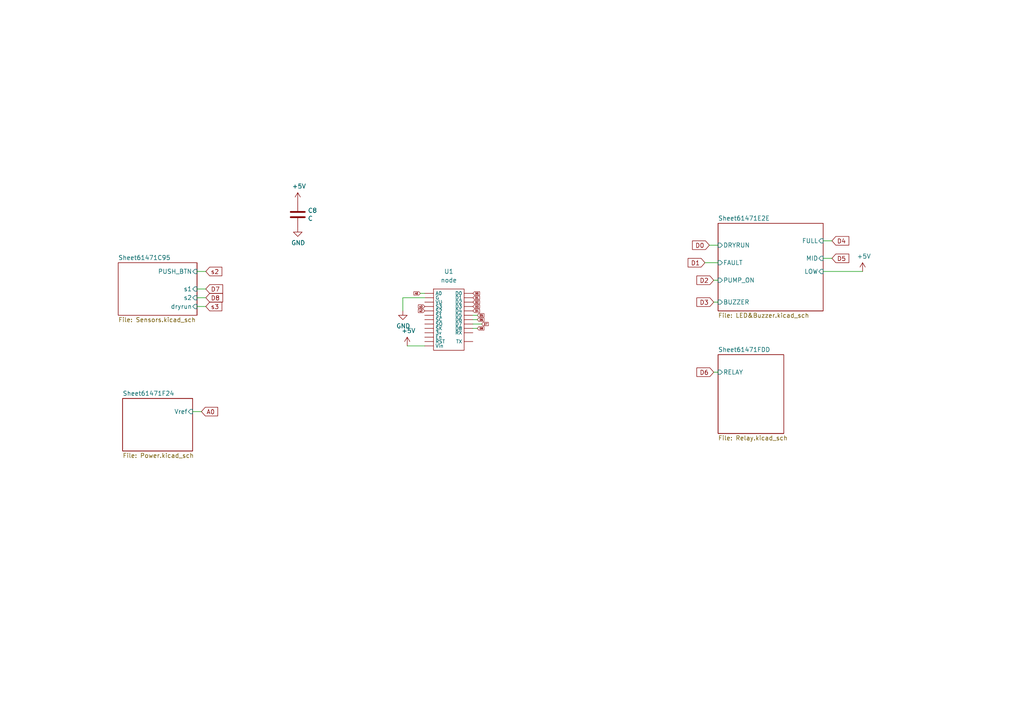
<source format=kicad_sch>
(kicad_sch (version 20211123) (generator eeschema)
  (paper "A4")
  (lib_symbols
    (symbol "Device:C" (pin_numbers hide) (pin_names (offset 0.254))
      (property "Reference" "C" (at 0.635 2.54 0))
      (property "Value" "C" (at 0.635 -2.54 0))
      (symbol "C_0_1"
        (polyline (pts (xy -2.032 -0.762) (xy 2.032 -0.762)) (stroke (width 0.508)))
        (polyline (pts (xy -2.032 0.762) (xy 2.032 0.762)) (stroke (width 0.508)))
      )
      (symbol "C_1_1"
        (pin passive line (at 0 3.81 270) (length 2.794) (name "~") (number "1"))
        (pin passive line (at 0 -3.81 90) (length 2.794) (name "~") (number "2"))
      )
    )
    (symbol "SHA:node"
      (property "Reference" "U" (at 3.81 1.27 0))
      (property "Value" "node" (at 0 1.27 0))
      (symbol "node_0_1"
        (rectangle (start -3.81 0) (end -3.81 0))
        (rectangle (start -3.81 0) (end 5.08 -17.78))
        (rectangle (start -1.27 -3.81) (end -1.27 -3.81))
      )
      (symbol "node_1_1"
        (pin output line (at -6.35 -12.7 0) (length 2.54) (name "3v") (number ""))
        (pin bidirectional line (at -6.35 -1.27 0) (length 2.54) (name "A0") (number ""))
        (pin bidirectional line (at 7.62 -1.27 180) (length 2.54) (name "D0") (number ""))
        (pin bidirectional line (at 7.62 -2.54 180) (length 2.54) (name "D1") (number ""))
        (pin bidirectional line (at 7.62 -3.81 180) (length 2.54) (name "D2") (number ""))
        (pin bidirectional line (at 7.62 -5.08 180) (length 2.54) (name "D3") (number ""))
        (pin bidirectional line (at 7.62 -6.35 180) (length 2.54) (name "D4") (number ""))
        (pin bidirectional line (at 7.62 -7.62 180) (length 2.54) (name "D5") (number ""))
        (pin bidirectional line (at 7.62 -8.89 180) (length 2.54) (name "D6") (number ""))
        (pin bidirectional line (at 7.62 -10.16 180) (length 2.54) (name "D7") (number ""))
        (pin bidirectional line (at 7.62 -11.43 180) (length 2.54) (name "D8") (number ""))
        (pin bidirectional line (at -6.35 -13.97 0) (length 2.54) (name "En") (number ""))
        (pin bidirectional line (at -6.35 -2.54 0) (length 2.54) (name "G") (number ""))
        (pin bidirectional line (at -6.35 -15.24 0) (length 2.54) (name "RST") (number ""))
        (pin bidirectional line (at 7.62 -12.7 180) (length 2.54) (name "RX") (number ""))
        (pin bidirectional line (at -6.35 -7.62 0) (length 2.54) (name "S1") (number ""))
        (pin bidirectional line (at -6.35 -6.35 0) (length 2.54) (name "S2") (number ""))
        (pin bidirectional line (at -6.35 -5.08 0) (length 2.54) (name "S3") (number ""))
        (pin bidirectional line (at -6.35 -8.89 0) (length 2.54) (name "SC") (number ""))
        (pin bidirectional line (at -6.35 -11.43 0) (length 2.54) (name "SK") (number ""))
        (pin bidirectional line (at -6.35 -10.16 0) (length 2.54) (name "SO") (number ""))
        (pin bidirectional line (at 7.62 -15.24 180) (length 2.54) (name "TX") (number ""))
        (pin bidirectional line (at -6.35 -3.81 0) (length 2.54) (name "VU") (number ""))
        (pin bidirectional line (at -6.35 -16.51 0) (length 2.54) (name "Vin") (number ""))
      )
    )
    (symbol "power:+5V" (power) (pin_names (offset 0))
      (property "Value" "+5V" (at 0 3.556 0))
      (symbol "+5V_0_1"
        (polyline (pts (xy -0.762 1.27) (xy 0 2.54)))
        (polyline (pts (xy 0 0) (xy 0 2.54)))
        (polyline (pts (xy 0 2.54) (xy 0.762 1.27)))
      )
      (symbol "+5V_1_1"
        (pin power_in line (at 0 0 90) (length 0) hide (name "+5V") (number "1"))
      )
    )
    (symbol "power:GND" (power) (pin_names (offset 0))
      (property "Value" "GND" (at 0 -3.81 0))
      (symbol "GND_0_1"
        (polyline (pts (xy 0 0) (xy 0 -1.27) (xy 1.27 -1.27) (xy 0 -2.54) (xy -1.27 -1.27) (xy 0 -1.27)))
      )
      (symbol "GND_1_1"
        (pin power_in line (at 0 0 270) (length 0) hide (name "GND") (number "1"))
      )
    )
  )
  (wire (pts (xy 59.69 83.82) (xy 57.15 83.82)))
  (wire (pts (xy 205.74 71.12) (xy 208.28 71.12)))
  (wire (pts (xy 238.76 78.74) (xy 250.19 78.74)))
  (wire (pts (xy 207.01 81.28) (xy 208.28 81.28)))
  (wire (pts (xy 204.47 76.2) (xy 208.28 76.2)))
  (wire (pts (xy 138.43 92.71) (xy 137.16 92.71)))
  (wire (pts (xy 59.69 78.74) (xy 57.15 78.74)))
  (wire (pts (xy 121.92 85.09) (xy 123.19 85.09)))
  (wire (pts (xy 116.84 90.17) (xy 116.84 86.36)))
  (wire (pts (xy 238.76 69.85) (xy 241.3 69.85)))
  (wire (pts (xy 207.01 107.95) (xy 208.28 107.95)))
  (wire (pts (xy 139.7 93.98) (xy 137.16 93.98)))
  (wire (pts (xy 118.11 100.33) (xy 123.19 100.33)))
  (wire (pts (xy 238.76 74.93) (xy 241.3 74.93)))
  (wire (pts (xy 138.43 91.44) (xy 137.16 91.44)))
  (wire (pts (xy 138.43 95.25) (xy 137.16 95.25)))
  (wire (pts (xy 59.69 86.36) (xy 57.15 86.36)))
  (wire (pts (xy 207.01 87.63) (xy 208.28 87.63)))
  (wire (pts (xy 58.42 119.38) (xy 55.88 119.38)))
  (wire (pts (xy 59.69 88.9) (xy 57.15 88.9)))
  (wire (pts (xy 116.84 86.36) (xy 123.19 86.36)))
  (global_label "D5" (shape input) (at 241.3 74.93 0) (property "Intersheet References" "${INTERSHEET_REFS}" (effects hide)))
  (global_label "D7" (shape input) (at 59.69 83.82 0) (property "Intersheet References" "${INTERSHEET_REFS}" (effects hide)))
  (global_label "D3" (shape input) (at 207.01 87.63 180) (property "Intersheet References" "${INTERSHEET_REFS}" (effects hide)))
  (global_label "D8" (shape input) (at 59.69 86.36 0) (property "Intersheet References" "${INTERSHEET_REFS}" (effects hide)))
  (global_label "s3" (shape input) (at 123.19 88.9 180) (effects (font (size 0.508 0.508))) (property "Intersheet References" "${INTERSHEET_REFS}" (effects hide)))
  (global_label "D6" (shape input) (at 138.43 92.71 0) (effects (font (size 0.508 0.508))) (property "Intersheet References" "${INTERSHEET_REFS}" (effects hide)))
  (global_label "A0" (shape input) (at 121.92 85.09 180) (effects (font (size 0.508 0.508))) (property "Intersheet References" "${INTERSHEET_REFS}" (effects hide)))
  (global_label "D5" (shape input) (at 138.43 91.44 0) (effects (font (size 0.508 0.508))) (property "Intersheet References" "${INTERSHEET_REFS}" (effects hide)))
  (global_label "D4" (shape input) (at 241.3 69.85 0) (property "Intersheet References" "${INTERSHEET_REFS}" (effects hide)))
  (global_label "A0" (shape input) (at 58.42 119.38 0) (property "Intersheet References" "${INTERSHEET_REFS}" (effects hide)))
  (global_label "s2" (shape input) (at 59.69 78.74 0) (property "Intersheet References" "${INTERSHEET_REFS}" (effects hide)))
  (global_label "D2" (shape input) (at 207.01 81.28 180) (property "Intersheet References" "${INTERSHEET_REFS}" (effects hide)))
  (global_label "D1" (shape input) (at 137.16 86.36 0) (effects (font (size 0.508 0.508))) (property "Intersheet References" "${INTERSHEET_REFS}" (effects hide)))
  (global_label "D0" (shape input) (at 205.74 71.12 180) (property "Intersheet References" "${INTERSHEET_REFS}" (effects hide)))
  (global_label "D6" (shape input) (at 207.01 107.95 180) (property "Intersheet References" "${INTERSHEET_REFS}" (effects hide)))
  (global_label "D2" (shape input) (at 137.16 87.63 0) (effects (font (size 0.508 0.508))) (property "Intersheet References" "${INTERSHEET_REFS}" (effects hide)))
  (global_label "s2" (shape input) (at 123.19 90.17 180) (effects (font (size 0.508 0.508))) (property "Intersheet References" "${INTERSHEET_REFS}" (effects hide)))
  (global_label "D1" (shape input) (at 204.47 76.2 180) (property "Intersheet References" "${INTERSHEET_REFS}" (effects hide)))
  (global_label "D4" (shape input) (at 137.16 90.17 0) (effects (font (size 0.508 0.508))) (property "Intersheet References" "${INTERSHEET_REFS}" (effects hide)))
  (global_label "s3" (shape input) (at 59.69 88.9 0) (property "Intersheet References" "${INTERSHEET_REFS}" (effects hide)))
  (global_label "D8" (shape input) (at 138.43 95.25 0) (effects (font (size 0.508 0.508))) (property "Intersheet References" "${INTERSHEET_REFS}" (effects hide)))
  (global_label "D3" (shape input) (at 137.16 88.9 0) (effects (font (size 0.508 0.508))) (property "Intersheet References" "${INTERSHEET_REFS}" (effects hide)))
  (global_label "D7" (shape input) (at 139.7 93.98 0) (effects (font (size 0.508 0.508))) (property "Intersheet References" "${INTERSHEET_REFS}" (effects hide)))
  (global_label "D0" (shape input) (at 137.16 85.09 0) (effects (font (size 0.508 0.508))) (property "Intersheet References" "${INTERSHEET_REFS}" (effects hide)))
  (symbol (lib_id "Device:C") (at 86.36 62.23 0) (unit 1)
    (property "Reference" "C8" (at 89.281 61.0616 0) (effects (justify left)))
    (property "Value" "C" (at 89.281 63.373 0) (effects (justify left)))
    (property "Footprint" "Capacitor_THT:C_Disc_D4.7mm_W2.5mm_P5.00mm" (effects hide))
  )
  (symbol (lib_id "power:GND") (at 86.36 66.04 0) (unit 1)
    (property "Reference" "#PWR0110" (effects hide))
    (property "Value" "GND" (at 86.487 70.4342 0))
  )
  (symbol (lib_id "power:+5V") (at 86.36 58.42 0) (unit 1)
    (property "Reference" "#PWR0109" (effects hide))
    (property "Value" "+5V" (at 86.741 54.0258 0))
  )
  (symbol (lib_id "power:+5V") (at 250.19 78.74 0) (unit 1)
    (property "Reference" "#PWR0105" (effects hide))
    (property "Value" "+5V" (at 250.571 74.3458 0))
  )
  (symbol (lib_id "power:GND") (at 116.84 90.17 0) (unit 1)
    (property "Reference" "#PWR0118" (effects hide))
    (property "Value" "GND" (at 116.967 94.5642 0))
  )
  (symbol (lib_id "SHA:node") (at 129.54 83.82 0) (unit 1)
    (property "Reference" "U1" (at 130.175 78.74 0))
    (property "Value" "node" (at 130.175 81.28 0))
    (property "Footprint" "SHAHIDABDULLA:espnode" (effects hide))
  )
  (symbol (lib_id "power:+5V") (at 118.11 100.33 0) (unit 1)
    (property "Reference" "#PWR0117" (effects hide))
    (property "Value" "+5V" (at 118.491 95.9358 0))
  )
  (sheet (at 34.29 76.2) (size 22.86 15.24)
    (property "Sheet name" "Sheet61471C95" (at 34.29 75.4884 0) (effects (justify left bottom)))
    (property "Sheet file" "Sensors.kicad_sch" (at 34.29 92.0246 0) (effects (justify left top)))
    (pin "s2" input (at 57.15 86.36 0))
    (pin "PUSH_BTN" input (at 57.15 78.74 0))
    (pin "s1" input (at 57.15 83.82 0))
    (pin "dryrun" input (at 57.15 88.9 0))
  )
  (sheet (at 208.28 64.77) (size 30.48 25.4)
    (property "Sheet name" "Sheet61471E2E" (at 208.28 64.0584 0) (effects (justify left bottom)))
    (property "Sheet file" "LED&Buzzer.kicad_sch" (at 208.28 90.7546 0) (effects (justify left top)))
    (pin "DRYRUN" input (at 208.28 71.12 180))
    (pin "FAULT" input (at 208.28 76.2 180))
    (pin "PUMP_ON" input (at 208.28 81.28 180))
    (pin "FULL" input (at 238.76 69.85 0))
    (pin "MID" input (at 238.76 74.93 0))
    (pin "LOW" input (at 238.76 78.74 0))
    (pin "BUZZER" input (at 208.28 87.63 180))
  )
  (sheet (at 35.56 115.57) (size 20.32 15.24)
    (property "Sheet name" "Sheet61471F24" (at 35.56 114.8584 0) (effects (justify left bottom)))
    (property "Sheet file" "Power.kicad_sch" (at 35.56 131.3946 0) (effects (justify left top)))
    (pin "Vref" input (at 55.88 119.38 0))
  )
  (sheet (at 208.28 102.87) (size 19.05 22.86)
    (property "Sheet name" "Sheet61471FDD" (at 208.28 102.1584 0) (effects (justify left bottom)))
    (property "Sheet file" "Relay.kicad_sch" (at 208.28 126.3146 0) (effects (justify left top)))
    (pin "RELAY" input (at 208.28 107.95 180))
  )
)
</source>
